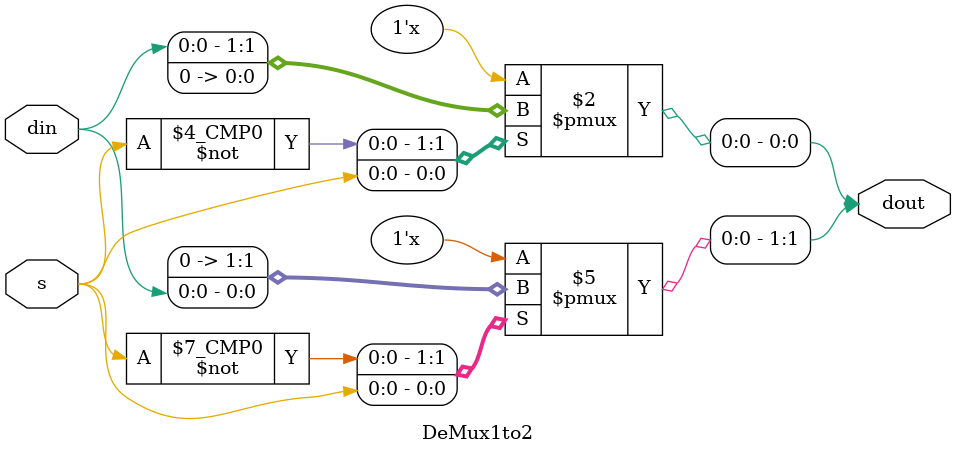
<source format=sv>
`timescale 1ns / 1ps

module DeMux1to2 (
    input din,
    input s,
    output logic [1:0] dout
  );
  
  always_comb
  begin
    dout = 2'b0;
    case (s)
      1'b0: dout[0]=din;
      1'b1: dout[1]=din;
      default: dout[0]=din;
    endcase
  end
endmodule


</source>
